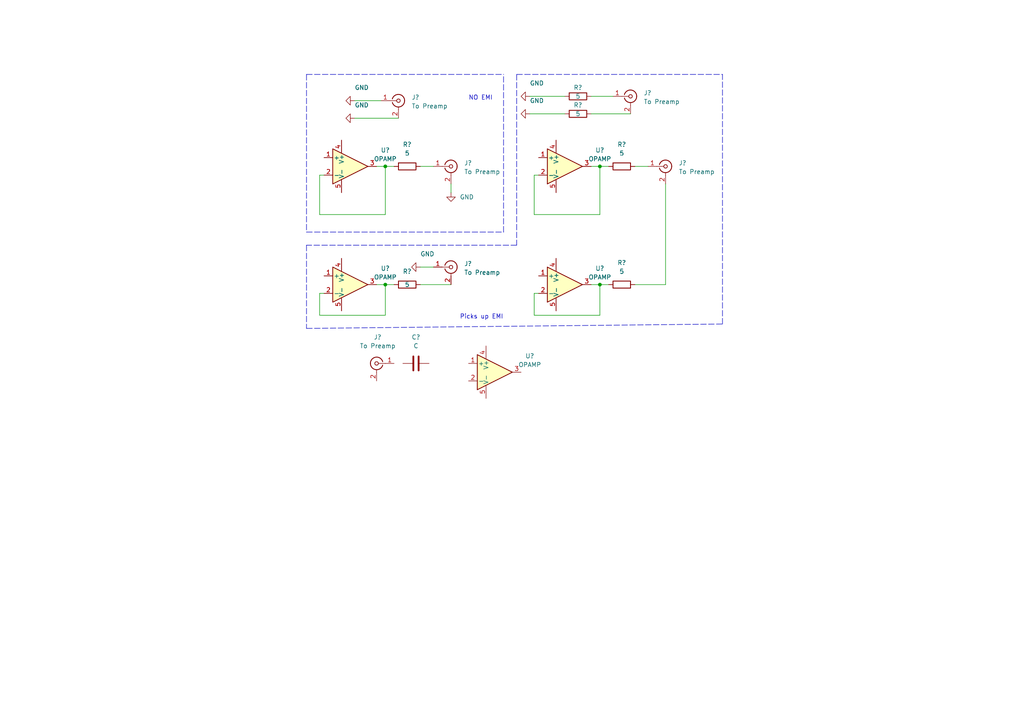
<source format=kicad_sch>
(kicad_sch (version 20211123) (generator eeschema)
  (paper "A4")
  (lib_symbols
    (symbol "Connector:Conn_Coaxial" (pin_names (offset 1.016) hide)
      (property "Reference" "J" (at 0.254 3.048 0))
      (property "Value" "Conn_Coaxial" (at 2.921 0 90))
      (symbol "Conn_Coaxial_0_1"
        (arc (start -1.778 -0.508) (mid 0.2311 -1.8066) (end 1.778 0) (stroke (width 0.254)))
        (polyline (pts (xy -2.54 0) (xy -0.508 0)))
        (polyline (pts (xy 0 -2.54) (xy 0 -1.778)))
        (circle (center 0 0) (radius 0.508) (stroke (width 0.2032)))
        (arc (start 1.778 0) (mid 0.2099 1.8101) (end -1.778 0.508) (stroke (width 0.254)))
      )
      (symbol "Conn_Coaxial_1_1"
        (pin passive line (at -5.08 0 0) (length 2.54) (name "In") (number "1"))
        (pin passive line (at 0 -5.08 90) (length 2.54) (name "Ext") (number "2"))
      )
    )
    (symbol "Device:C" (pin_numbers hide) (pin_names (offset 0.254))
      (property "Reference" "C" (at 0.635 2.54 0))
      (property "Value" "C" (at 0.635 -2.54 0))
      (symbol "C_0_1"
        (polyline (pts (xy -2.032 -0.762) (xy 2.032 -0.762)) (stroke (width 0.508)))
        (polyline (pts (xy -2.032 0.762) (xy 2.032 0.762)) (stroke (width 0.508)))
      )
      (symbol "C_1_1"
        (pin passive line (at 0 3.81 270) (length 2.794) (name "~") (number "1"))
        (pin passive line (at 0 -3.81 90) (length 2.794) (name "~") (number "2"))
      )
    )
    (symbol "Device:R" (pin_numbers hide) (pin_names (offset 0))
      (property "Reference" "R" (at 2.032 0 90))
      (property "Value" "R" (at 0 0 90))
      (symbol "R_0_1"
        (rectangle (start -1.016 -2.54) (end 1.016 2.54) (stroke (width 0.254)))
      )
      (symbol "R_1_1"
        (pin passive line (at 0 3.81 270) (length 1.27) (name "~") (number "1"))
        (pin passive line (at 0 -3.81 90) (length 1.27) (name "~") (number "2"))
      )
    )
    (symbol "power:GND" (power) (pin_names (offset 0))
      (property "Value" "GND" (at 0 -3.81 0))
      (symbol "GND_0_1"
        (polyline (pts (xy 0 0) (xy 0 -1.27) (xy 1.27 -1.27) (xy 0 -2.54) (xy -1.27 -1.27) (xy 0 -1.27)))
      )
      (symbol "GND_1_1"
        (pin power_in line (at 0 0 270) (length 0) hide (name "GND") (number "1"))
      )
    )
    (symbol "pspice:OPAMP" (pin_names (offset 0.254))
      (property "Reference" "U" (at 3.81 3.175 0))
      (property "Value" "OPAMP" (at 3.81 -3.175 0))
      (symbol "OPAMP_0_1"
        (polyline (pts (xy 5.08 0) (xy -5.08 5.08) (xy -5.08 -5.08) (xy 5.08 0)) (stroke (width 0.254)) (fill (type background)))
      )
      (symbol "OPAMP_1_1"
        (pin input line (at -7.62 2.54 0) (length 2.54) (name "+") (number "1"))
        (pin input line (at -7.62 -2.54 0) (length 2.54) (name "-") (number "2"))
        (pin output line (at 7.62 0 180) (length 2.54) (name "~") (number "3"))
        (pin power_in line (at -2.54 7.62 270) (length 3.81) (name "V+") (number "4"))
        (pin power_in line (at -2.54 -7.62 90) (length 3.81) (name "V-") (number "5"))
      )
    )
  )
  (junction (at 111.76 82.55))
  (junction (at 173.99 48.26))
  (junction (at 173.99 82.55))
  (junction (at 111.76 48.26))
  (polyline (pts (xy 209.55 93.98) (xy 209.55 21.59)))
  (wire (pts (xy 102.87 29.21) (xy 110.49 29.21)))
  (polyline (pts (xy 88.9 71.12) (xy 88.9 95.25)))
  (wire (pts (xy 154.94 91.44) (xy 154.94 85.09)))
  (wire (pts (xy 111.76 91.44) (xy 92.71 91.44)))
  (wire (pts (xy 154.94 50.8) (xy 156.21 50.8)))
  (wire (pts (xy 111.76 82.55) (xy 111.76 91.44)))
  (polyline (pts (xy 146.05 67.31) (xy 146.05 21.59)))
  (wire (pts (xy 153.67 27.94) (xy 163.83 27.94)))
  (wire (pts (xy 92.71 62.23) (xy 92.71 50.8)))
  (wire (pts (xy 153.67 33.02) (xy 163.83 33.02)))
  (wire (pts (xy 154.94 62.23) (xy 154.94 50.8)))
  (wire (pts (xy 171.45 33.02) (xy 182.88 33.02)))
  (wire (pts (xy 171.45 27.94) (xy 177.8 27.94)))
  (polyline (pts (xy 88.9 21.59) (xy 146.05 21.59)))
  (wire (pts (xy 171.45 48.26) (xy 173.99 48.26)))
  (wire (pts (xy 111.76 82.55) (xy 114.3 82.55)))
  (polyline (pts (xy 149.86 21.59) (xy 209.55 21.59)))
  (wire (pts (xy 102.87 34.29) (xy 115.57 34.29)))
  (wire (pts (xy 173.99 91.44) (xy 154.94 91.44)))
  (wire (pts (xy 130.81 82.55) (xy 121.92 82.55)))
  (wire (pts (xy 173.99 48.26) (xy 173.99 62.23)))
  (wire (pts (xy 109.22 48.26) (xy 111.76 48.26)))
  (wire (pts (xy 193.04 82.55) (xy 184.15 82.55)))
  (polyline (pts (xy 149.86 21.59) (xy 149.86 71.12)))
  (polyline (pts (xy 88.9 21.59) (xy 88.9 67.31)))
  (wire (pts (xy 121.92 77.47) (xy 125.73 77.47)))
  (wire (pts (xy 173.99 48.26) (xy 176.53 48.26)))
  (wire (pts (xy 109.22 82.55) (xy 111.76 82.55)))
  (wire (pts (xy 173.99 62.23) (xy 154.94 62.23)))
  (wire (pts (xy 111.76 48.26) (xy 114.3 48.26)))
  (wire (pts (xy 121.92 48.26) (xy 125.73 48.26)))
  (polyline (pts (xy 149.86 71.12) (xy 88.9 71.12)))
  (wire (pts (xy 92.71 50.8) (xy 93.98 50.8)))
  (wire (pts (xy 173.99 82.55) (xy 173.99 91.44)))
  (wire (pts (xy 171.45 82.55) (xy 173.99 82.55)))
  (wire (pts (xy 111.76 62.23) (xy 92.71 62.23)))
  (wire (pts (xy 111.76 48.26) (xy 111.76 62.23)))
  (wire (pts (xy 154.94 85.09) (xy 156.21 85.09)))
  (wire (pts (xy 193.04 53.34) (xy 193.04 82.55)))
  (wire (pts (xy 92.71 91.44) (xy 92.71 85.09)))
  (wire (pts (xy 173.99 82.55) (xy 176.53 82.55)))
  (wire (pts (xy 184.15 48.26) (xy 187.96 48.26)))
  (wire (pts (xy 130.81 55.88) (xy 130.81 53.34)))
  (polyline (pts (xy 88.9 67.31) (xy 146.05 67.31)))
  (wire (pts (xy 92.71 85.09) (xy 93.98 85.09)))
  (polyline (pts (xy 88.9 95.25) (xy 209.55 93.98)))
  (text "NO EMI\n" (at 135.89 29.21 0) (effects (font (size 1.27 1.27)) (justify left bottom)))
  (text "Picks up EMI" (at 133.35 92.71 0) (effects (font (size 1.27 1.27)) (justify left bottom)))
  (symbol (lib_id "pspice:OPAMP") (at 143.51 107.95 0) (unit 1)
    (property "Reference" "U?" (at 153.67 103.251 0))
    (property "Value" "OPAMP" (at 153.67 105.791 0))
  )
  (symbol (lib_id "Connector:Conn_Coaxial") (at 115.57 29.21 0) (unit 1)
    (property "Reference" "J?" (at 119.38 28.2331 0) (effects (justify left)))
    (property "Value" "To Preamp" (at 119.38 30.7731 0) (effects (justify left)))
    (property "Footprint" "Connector_Coaxial:U.FL_Hirose_U.FL-R-SMT-1_Vertical" (effects hide))
    (property "Datasheet" " ~" (effects hide))
  )
  (symbol (lib_id "Device:R") (at 118.11 48.26 90) (unit 1)
    (property "Reference" "R?" (at 118.11 41.91 90))
    (property "Value" "5" (at 118.11 44.45 90))
  )
  (symbol (lib_id "Device:R") (at 167.64 33.02 90) (unit 1)
    (property "Reference" "R?" (at 167.64 30.48 90))
    (property "Value" "5" (at 167.64 33.02 90))
  )
  (symbol (lib_id "Device:R") (at 167.64 27.94 90) (unit 1)
    (property "Reference" "R?" (at 167.64 25.4 90))
    (property "Value" "5" (at 167.64 27.94 90))
  )
  (symbol (lib_id "Device:R") (at 118.11 82.55 90) (unit 1)
    (property "Reference" "R?" (at 118.11 78.74 90))
    (property "Value" "5" (at 118.11 82.55 90))
  )
  (symbol (lib_id "pspice:OPAMP") (at 163.83 82.55 0) (unit 1)
    (property "Reference" "U?" (at 173.99 77.851 0))
    (property "Value" "OPAMP" (at 173.99 80.391 0))
  )
  (symbol (lib_id "Connector:Conn_Coaxial") (at 193.04 48.26 0) (unit 1)
    (property "Reference" "J?" (at 196.85 47.2831 0) (effects (justify left)))
    (property "Value" "To Preamp" (at 196.85 49.8231 0) (effects (justify left)))
    (property "Footprint" "Connector_Coaxial:U.FL_Hirose_U.FL-R-SMT-1_Vertical" (effects hide))
    (property "Datasheet" " ~" (effects hide))
  )
  (symbol (lib_id "power:GND") (at 102.87 34.29 270) (unit 1)
    (property "Reference" "#PWR?" (effects hide))
    (property "Value" "GND" (at 102.87 30.48 90) (effects (justify left)))
  )
  (symbol (lib_id "pspice:OPAMP") (at 101.6 82.55 0) (unit 1)
    (property "Reference" "U?" (at 111.76 77.851 0))
    (property "Value" "OPAMP" (at 111.76 80.391 0))
  )
  (symbol (lib_id "power:GND") (at 130.81 55.88 0) (unit 1)
    (property "Reference" "#PWR?" (effects hide))
    (property "Value" "GND" (at 133.35 57.1499 0) (effects (justify left)))
  )
  (symbol (lib_id "power:GND") (at 121.92 77.47 270) (unit 1)
    (property "Reference" "#PWR?" (effects hide))
    (property "Value" "GND" (at 121.92 73.66 90) (effects (justify left)))
  )
  (symbol (lib_id "Device:C") (at 120.65 105.41 90) (unit 1)
    (property "Reference" "C?" (at 120.65 97.79 90))
    (property "Value" "C" (at 120.65 100.33 90))
  )
  (symbol (lib_id "power:GND") (at 153.67 27.94 270) (unit 1)
    (property "Reference" "#PWR?" (effects hide))
    (property "Value" "GND" (at 153.67 24.13 90) (effects (justify left)))
  )
  (symbol (lib_id "power:GND") (at 102.87 29.21 270) (unit 1)
    (property "Reference" "#PWR?" (effects hide))
    (property "Value" "GND" (at 102.87 25.4 90) (effects (justify left)))
  )
  (symbol (lib_id "Device:R") (at 180.34 48.26 90) (unit 1)
    (property "Reference" "R?" (at 180.34 41.91 90))
    (property "Value" "5" (at 180.34 44.45 90))
  )
  (symbol (lib_id "Connector:Conn_Coaxial") (at 109.22 105.41 0) (mirror y) (unit 1)
    (property "Reference" "J?" (at 109.5374 97.79 0))
    (property "Value" "To Preamp" (at 109.5374 100.33 0))
    (property "Footprint" "Connector_Coaxial:U.FL_Hirose_U.FL-R-SMT-1_Vertical" (effects hide))
    (property "Datasheet" " ~" (effects hide))
  )
  (symbol (lib_id "Connector:Conn_Coaxial") (at 130.81 77.47 0) (unit 1)
    (property "Reference" "J?" (at 134.62 76.4931 0) (effects (justify left)))
    (property "Value" "To Preamp" (at 134.62 79.0331 0) (effects (justify left)))
    (property "Footprint" "Connector_Coaxial:U.FL_Hirose_U.FL-R-SMT-1_Vertical" (effects hide))
    (property "Datasheet" " ~" (effects hide))
  )
  (symbol (lib_id "Connector:Conn_Coaxial") (at 130.81 48.26 0) (unit 1)
    (property "Reference" "J?" (at 134.62 47.2831 0) (effects (justify left)))
    (property "Value" "To Preamp" (at 134.62 49.8231 0) (effects (justify left)))
    (property "Footprint" "Connector_Coaxial:U.FL_Hirose_U.FL-R-SMT-1_Vertical" (effects hide))
    (property "Datasheet" " ~" (effects hide))
  )
  (symbol (lib_id "pspice:OPAMP") (at 163.83 48.26 0) (unit 1)
    (property "Reference" "U?" (at 173.99 43.561 0))
    (property "Value" "OPAMP" (at 173.99 46.101 0))
  )
  (symbol (lib_id "pspice:OPAMP") (at 101.6 48.26 0) (unit 1)
    (property "Reference" "U?" (at 111.76 43.561 0))
    (property "Value" "OPAMP" (at 111.76 46.101 0))
  )
  (symbol (lib_id "power:GND") (at 153.67 33.02 270) (unit 1)
    (property "Reference" "#PWR?" (effects hide))
    (property "Value" "GND" (at 153.67 29.21 90) (effects (justify left)))
  )
  (symbol (lib_id "Device:R") (at 180.34 82.55 90) (unit 1)
    (property "Reference" "R?" (at 180.34 76.2 90))
    (property "Value" "5" (at 180.34 78.74 90))
  )
  (symbol (lib_id "Connector:Conn_Coaxial") (at 182.88 27.94 0) (unit 1)
    (property "Reference" "J?" (at 186.69 26.9631 0) (effects (justify left)))
    (property "Value" "To Preamp" (at 186.69 29.5031 0) (effects (justify left)))
    (property "Footprint" "Connector_Coaxial:U.FL_Hirose_U.FL-R-SMT-1_Vertical" (effects hide))
    (property "Datasheet" " ~" (effects hide))
  )
)
</source>
